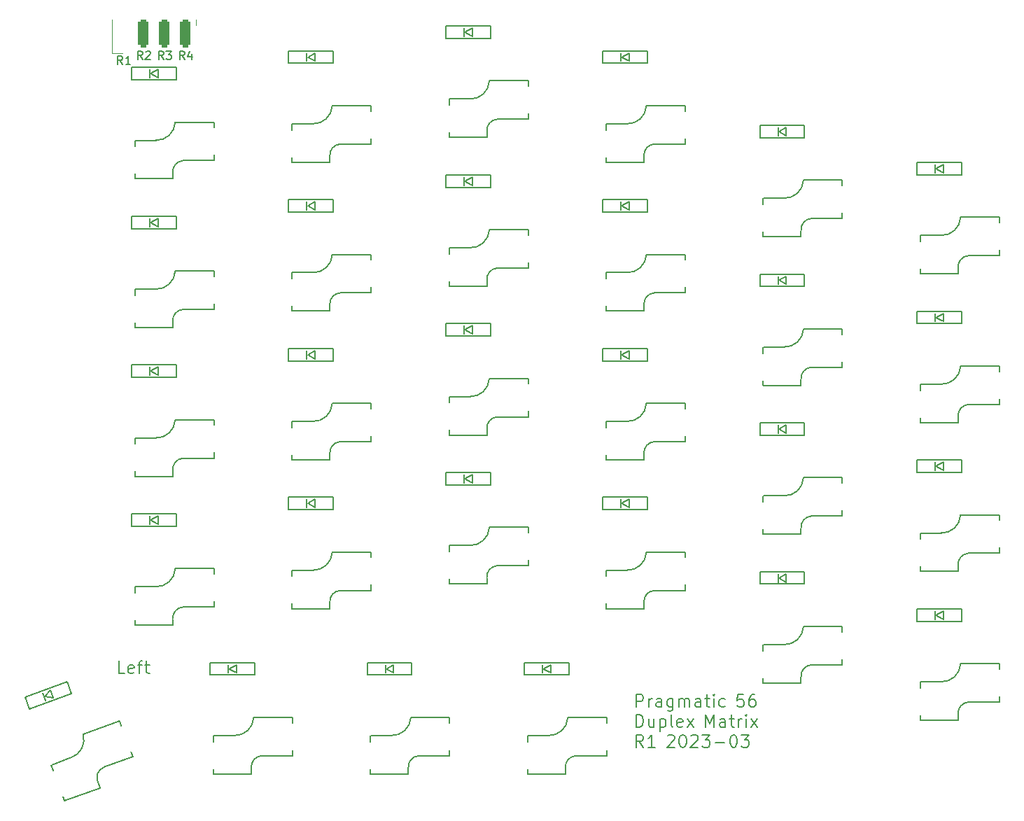
<source format=gto>
%TF.GenerationSoftware,KiCad,Pcbnew,(7.0.0-0)*%
%TF.CreationDate,2023-03-08T00:10:09+08:00*%
%TF.ProjectId,Input,496e7075-742e-46b6-9963-61645f706362,1*%
%TF.SameCoordinates,PX7bfa480PY6052340*%
%TF.FileFunction,Legend,Top*%
%TF.FilePolarity,Positive*%
%FSLAX46Y46*%
G04 Gerber Fmt 4.6, Leading zero omitted, Abs format (unit mm)*
G04 Created by KiCad (PCBNEW (7.0.0-0)) date 2023-03-08 00:10:09*
%MOMM*%
%LPD*%
G01*
G04 APERTURE LIST*
G04 Aperture macros list*
%AMRoundRect*
0 Rectangle with rounded corners*
0 $1 Rounding radius*
0 $2 $3 $4 $5 $6 $7 $8 $9 X,Y pos of 4 corners*
0 Add a 4 corners polygon primitive as box body*
4,1,4,$2,$3,$4,$5,$6,$7,$8,$9,$2,$3,0*
0 Add four circle primitives for the rounded corners*
1,1,$1+$1,$2,$3*
1,1,$1+$1,$4,$5*
1,1,$1+$1,$6,$7*
1,1,$1+$1,$8,$9*
0 Add four rect primitives between the rounded corners*
20,1,$1+$1,$2,$3,$4,$5,0*
20,1,$1+$1,$4,$5,$6,$7,0*
20,1,$1+$1,$6,$7,$8,$9,0*
20,1,$1+$1,$8,$9,$2,$3,0*%
%AMRotRect*
0 Rectangle, with rotation*
0 The origin of the aperture is its center*
0 $1 length*
0 $2 width*
0 $3 Rotation angle, in degrees counterclockwise*
0 Add horizontal line*
21,1,$1,$2,0,0,$3*%
G04 Aperture macros list end*
%ADD10C,0.150000*%
%ADD11C,0.200000*%
%ADD12C,0.120000*%
%ADD13C,3.000000*%
%ADD14R,2.000000X2.600000*%
%ADD15C,3.200000*%
%ADD16R,1.400000X1.000000*%
%ADD17RotRect,1.400000X1.000000X20.000000*%
%ADD18R,1.270000X3.429000*%
%ADD19RoundRect,0.317500X-0.317500X-1.397000X0.317500X-1.397000X0.317500X1.397000X-0.317500X1.397000X0*%
%ADD20RotRect,2.000000X2.600000X200.000000*%
%ADD21C,1.700000*%
G04 APERTURE END LIST*
D10*
X-1388667Y42212620D02*
X-1722000Y42688810D01*
X-1960095Y42212620D02*
X-1960095Y43212620D01*
X-1960095Y43212620D02*
X-1579143Y43212620D01*
X-1579143Y43212620D02*
X-1483905Y43165000D01*
X-1483905Y43165000D02*
X-1436286Y43117381D01*
X-1436286Y43117381D02*
X-1388667Y43022143D01*
X-1388667Y43022143D02*
X-1388667Y42879286D01*
X-1388667Y42879286D02*
X-1436286Y42784048D01*
X-1436286Y42784048D02*
X-1483905Y42736429D01*
X-1483905Y42736429D02*
X-1579143Y42688810D01*
X-1579143Y42688810D02*
X-1960095Y42688810D01*
X-1007714Y43117381D02*
X-960095Y43165000D01*
X-960095Y43165000D02*
X-864857Y43212620D01*
X-864857Y43212620D02*
X-626762Y43212620D01*
X-626762Y43212620D02*
X-531524Y43165000D01*
X-531524Y43165000D02*
X-483905Y43117381D01*
X-483905Y43117381D02*
X-436286Y43022143D01*
X-436286Y43022143D02*
X-436286Y42926905D01*
X-436286Y42926905D02*
X-483905Y42784048D01*
X-483905Y42784048D02*
X-1055333Y42212620D01*
X-1055333Y42212620D02*
X-436286Y42212620D01*
X-3801667Y41632620D02*
X-4135000Y42108810D01*
X-4373095Y41632620D02*
X-4373095Y42632620D01*
X-4373095Y42632620D02*
X-3992143Y42632620D01*
X-3992143Y42632620D02*
X-3896905Y42585000D01*
X-3896905Y42585000D02*
X-3849286Y42537381D01*
X-3849286Y42537381D02*
X-3801667Y42442143D01*
X-3801667Y42442143D02*
X-3801667Y42299286D01*
X-3801667Y42299286D02*
X-3849286Y42204048D01*
X-3849286Y42204048D02*
X-3896905Y42156429D01*
X-3896905Y42156429D02*
X-3992143Y42108810D01*
X-3992143Y42108810D02*
X-4373095Y42108810D01*
X-2849286Y41632620D02*
X-3420714Y41632620D01*
X-3135000Y41632620D02*
X-3135000Y42632620D01*
X-3135000Y42632620D02*
X-3230238Y42489762D01*
X-3230238Y42489762D02*
X-3325476Y42394524D01*
X-3325476Y42394524D02*
X-3420714Y42346905D01*
D11*
X58357142Y-36121071D02*
X58357142Y-34621071D01*
X58357142Y-34621071D02*
X58928571Y-34621071D01*
X58928571Y-34621071D02*
X59071428Y-34692500D01*
X59071428Y-34692500D02*
X59142857Y-34763928D01*
X59142857Y-34763928D02*
X59214285Y-34906785D01*
X59214285Y-34906785D02*
X59214285Y-35121071D01*
X59214285Y-35121071D02*
X59142857Y-35263928D01*
X59142857Y-35263928D02*
X59071428Y-35335357D01*
X59071428Y-35335357D02*
X58928571Y-35406785D01*
X58928571Y-35406785D02*
X58357142Y-35406785D01*
X59857142Y-36121071D02*
X59857142Y-35121071D01*
X59857142Y-35406785D02*
X59928571Y-35263928D01*
X59928571Y-35263928D02*
X60000000Y-35192500D01*
X60000000Y-35192500D02*
X60142857Y-35121071D01*
X60142857Y-35121071D02*
X60285714Y-35121071D01*
X61428571Y-36121071D02*
X61428571Y-35335357D01*
X61428571Y-35335357D02*
X61357142Y-35192500D01*
X61357142Y-35192500D02*
X61214285Y-35121071D01*
X61214285Y-35121071D02*
X60928571Y-35121071D01*
X60928571Y-35121071D02*
X60785713Y-35192500D01*
X61428571Y-36049642D02*
X61285713Y-36121071D01*
X61285713Y-36121071D02*
X60928571Y-36121071D01*
X60928571Y-36121071D02*
X60785713Y-36049642D01*
X60785713Y-36049642D02*
X60714285Y-35906785D01*
X60714285Y-35906785D02*
X60714285Y-35763928D01*
X60714285Y-35763928D02*
X60785713Y-35621071D01*
X60785713Y-35621071D02*
X60928571Y-35549642D01*
X60928571Y-35549642D02*
X61285713Y-35549642D01*
X61285713Y-35549642D02*
X61428571Y-35478214D01*
X62785714Y-35121071D02*
X62785714Y-36335357D01*
X62785714Y-36335357D02*
X62714285Y-36478214D01*
X62714285Y-36478214D02*
X62642856Y-36549642D01*
X62642856Y-36549642D02*
X62499999Y-36621071D01*
X62499999Y-36621071D02*
X62285714Y-36621071D01*
X62285714Y-36621071D02*
X62142856Y-36549642D01*
X62785714Y-36049642D02*
X62642856Y-36121071D01*
X62642856Y-36121071D02*
X62357142Y-36121071D01*
X62357142Y-36121071D02*
X62214285Y-36049642D01*
X62214285Y-36049642D02*
X62142856Y-35978214D01*
X62142856Y-35978214D02*
X62071428Y-35835357D01*
X62071428Y-35835357D02*
X62071428Y-35406785D01*
X62071428Y-35406785D02*
X62142856Y-35263928D01*
X62142856Y-35263928D02*
X62214285Y-35192500D01*
X62214285Y-35192500D02*
X62357142Y-35121071D01*
X62357142Y-35121071D02*
X62642856Y-35121071D01*
X62642856Y-35121071D02*
X62785714Y-35192500D01*
X63499999Y-36121071D02*
X63499999Y-35121071D01*
X63499999Y-35263928D02*
X63571428Y-35192500D01*
X63571428Y-35192500D02*
X63714285Y-35121071D01*
X63714285Y-35121071D02*
X63928571Y-35121071D01*
X63928571Y-35121071D02*
X64071428Y-35192500D01*
X64071428Y-35192500D02*
X64142857Y-35335357D01*
X64142857Y-35335357D02*
X64142857Y-36121071D01*
X64142857Y-35335357D02*
X64214285Y-35192500D01*
X64214285Y-35192500D02*
X64357142Y-35121071D01*
X64357142Y-35121071D02*
X64571428Y-35121071D01*
X64571428Y-35121071D02*
X64714285Y-35192500D01*
X64714285Y-35192500D02*
X64785714Y-35335357D01*
X64785714Y-35335357D02*
X64785714Y-36121071D01*
X66142857Y-36121071D02*
X66142857Y-35335357D01*
X66142857Y-35335357D02*
X66071428Y-35192500D01*
X66071428Y-35192500D02*
X65928571Y-35121071D01*
X65928571Y-35121071D02*
X65642857Y-35121071D01*
X65642857Y-35121071D02*
X65499999Y-35192500D01*
X66142857Y-36049642D02*
X65999999Y-36121071D01*
X65999999Y-36121071D02*
X65642857Y-36121071D01*
X65642857Y-36121071D02*
X65499999Y-36049642D01*
X65499999Y-36049642D02*
X65428571Y-35906785D01*
X65428571Y-35906785D02*
X65428571Y-35763928D01*
X65428571Y-35763928D02*
X65499999Y-35621071D01*
X65499999Y-35621071D02*
X65642857Y-35549642D01*
X65642857Y-35549642D02*
X65999999Y-35549642D01*
X65999999Y-35549642D02*
X66142857Y-35478214D01*
X66642857Y-35121071D02*
X67214285Y-35121071D01*
X66857142Y-34621071D02*
X66857142Y-35906785D01*
X66857142Y-35906785D02*
X66928571Y-36049642D01*
X66928571Y-36049642D02*
X67071428Y-36121071D01*
X67071428Y-36121071D02*
X67214285Y-36121071D01*
X67714285Y-36121071D02*
X67714285Y-35121071D01*
X67714285Y-34621071D02*
X67642857Y-34692500D01*
X67642857Y-34692500D02*
X67714285Y-34763928D01*
X67714285Y-34763928D02*
X67785714Y-34692500D01*
X67785714Y-34692500D02*
X67714285Y-34621071D01*
X67714285Y-34621071D02*
X67714285Y-34763928D01*
X69071429Y-36049642D02*
X68928571Y-36121071D01*
X68928571Y-36121071D02*
X68642857Y-36121071D01*
X68642857Y-36121071D02*
X68500000Y-36049642D01*
X68500000Y-36049642D02*
X68428571Y-35978214D01*
X68428571Y-35978214D02*
X68357143Y-35835357D01*
X68357143Y-35835357D02*
X68357143Y-35406785D01*
X68357143Y-35406785D02*
X68428571Y-35263928D01*
X68428571Y-35263928D02*
X68500000Y-35192500D01*
X68500000Y-35192500D02*
X68642857Y-35121071D01*
X68642857Y-35121071D02*
X68928571Y-35121071D01*
X68928571Y-35121071D02*
X69071429Y-35192500D01*
X71328571Y-34621071D02*
X70614285Y-34621071D01*
X70614285Y-34621071D02*
X70542857Y-35335357D01*
X70542857Y-35335357D02*
X70614285Y-35263928D01*
X70614285Y-35263928D02*
X70757143Y-35192500D01*
X70757143Y-35192500D02*
X71114285Y-35192500D01*
X71114285Y-35192500D02*
X71257143Y-35263928D01*
X71257143Y-35263928D02*
X71328571Y-35335357D01*
X71328571Y-35335357D02*
X71400000Y-35478214D01*
X71400000Y-35478214D02*
X71400000Y-35835357D01*
X71400000Y-35835357D02*
X71328571Y-35978214D01*
X71328571Y-35978214D02*
X71257143Y-36049642D01*
X71257143Y-36049642D02*
X71114285Y-36121071D01*
X71114285Y-36121071D02*
X70757143Y-36121071D01*
X70757143Y-36121071D02*
X70614285Y-36049642D01*
X70614285Y-36049642D02*
X70542857Y-35978214D01*
X72685714Y-34621071D02*
X72399999Y-34621071D01*
X72399999Y-34621071D02*
X72257142Y-34692500D01*
X72257142Y-34692500D02*
X72185714Y-34763928D01*
X72185714Y-34763928D02*
X72042856Y-34978214D01*
X72042856Y-34978214D02*
X71971428Y-35263928D01*
X71971428Y-35263928D02*
X71971428Y-35835357D01*
X71971428Y-35835357D02*
X72042856Y-35978214D01*
X72042856Y-35978214D02*
X72114285Y-36049642D01*
X72114285Y-36049642D02*
X72257142Y-36121071D01*
X72257142Y-36121071D02*
X72542856Y-36121071D01*
X72542856Y-36121071D02*
X72685714Y-36049642D01*
X72685714Y-36049642D02*
X72757142Y-35978214D01*
X72757142Y-35978214D02*
X72828571Y-35835357D01*
X72828571Y-35835357D02*
X72828571Y-35478214D01*
X72828571Y-35478214D02*
X72757142Y-35335357D01*
X72757142Y-35335357D02*
X72685714Y-35263928D01*
X72685714Y-35263928D02*
X72542856Y-35192500D01*
X72542856Y-35192500D02*
X72257142Y-35192500D01*
X72257142Y-35192500D02*
X72114285Y-35263928D01*
X72114285Y-35263928D02*
X72042856Y-35335357D01*
X72042856Y-35335357D02*
X71971428Y-35478214D01*
X58357142Y-38551071D02*
X58357142Y-37051071D01*
X58357142Y-37051071D02*
X58714285Y-37051071D01*
X58714285Y-37051071D02*
X58928571Y-37122500D01*
X58928571Y-37122500D02*
X59071428Y-37265357D01*
X59071428Y-37265357D02*
X59142857Y-37408214D01*
X59142857Y-37408214D02*
X59214285Y-37693928D01*
X59214285Y-37693928D02*
X59214285Y-37908214D01*
X59214285Y-37908214D02*
X59142857Y-38193928D01*
X59142857Y-38193928D02*
X59071428Y-38336785D01*
X59071428Y-38336785D02*
X58928571Y-38479642D01*
X58928571Y-38479642D02*
X58714285Y-38551071D01*
X58714285Y-38551071D02*
X58357142Y-38551071D01*
X60500000Y-37551071D02*
X60500000Y-38551071D01*
X59857142Y-37551071D02*
X59857142Y-38336785D01*
X59857142Y-38336785D02*
X59928571Y-38479642D01*
X59928571Y-38479642D02*
X60071428Y-38551071D01*
X60071428Y-38551071D02*
X60285714Y-38551071D01*
X60285714Y-38551071D02*
X60428571Y-38479642D01*
X60428571Y-38479642D02*
X60500000Y-38408214D01*
X61214285Y-37551071D02*
X61214285Y-39051071D01*
X61214285Y-37622500D02*
X61357143Y-37551071D01*
X61357143Y-37551071D02*
X61642857Y-37551071D01*
X61642857Y-37551071D02*
X61785714Y-37622500D01*
X61785714Y-37622500D02*
X61857143Y-37693928D01*
X61857143Y-37693928D02*
X61928571Y-37836785D01*
X61928571Y-37836785D02*
X61928571Y-38265357D01*
X61928571Y-38265357D02*
X61857143Y-38408214D01*
X61857143Y-38408214D02*
X61785714Y-38479642D01*
X61785714Y-38479642D02*
X61642857Y-38551071D01*
X61642857Y-38551071D02*
X61357143Y-38551071D01*
X61357143Y-38551071D02*
X61214285Y-38479642D01*
X62785714Y-38551071D02*
X62642857Y-38479642D01*
X62642857Y-38479642D02*
X62571428Y-38336785D01*
X62571428Y-38336785D02*
X62571428Y-37051071D01*
X63928571Y-38479642D02*
X63785714Y-38551071D01*
X63785714Y-38551071D02*
X63500000Y-38551071D01*
X63500000Y-38551071D02*
X63357142Y-38479642D01*
X63357142Y-38479642D02*
X63285714Y-38336785D01*
X63285714Y-38336785D02*
X63285714Y-37765357D01*
X63285714Y-37765357D02*
X63357142Y-37622500D01*
X63357142Y-37622500D02*
X63500000Y-37551071D01*
X63500000Y-37551071D02*
X63785714Y-37551071D01*
X63785714Y-37551071D02*
X63928571Y-37622500D01*
X63928571Y-37622500D02*
X64000000Y-37765357D01*
X64000000Y-37765357D02*
X64000000Y-37908214D01*
X64000000Y-37908214D02*
X63285714Y-38051071D01*
X64499999Y-38551071D02*
X65285714Y-37551071D01*
X64499999Y-37551071D02*
X65285714Y-38551071D01*
X66757142Y-38551071D02*
X66757142Y-37051071D01*
X66757142Y-37051071D02*
X67257142Y-38122500D01*
X67257142Y-38122500D02*
X67757142Y-37051071D01*
X67757142Y-37051071D02*
X67757142Y-38551071D01*
X69114286Y-38551071D02*
X69114286Y-37765357D01*
X69114286Y-37765357D02*
X69042857Y-37622500D01*
X69042857Y-37622500D02*
X68900000Y-37551071D01*
X68900000Y-37551071D02*
X68614286Y-37551071D01*
X68614286Y-37551071D02*
X68471428Y-37622500D01*
X69114286Y-38479642D02*
X68971428Y-38551071D01*
X68971428Y-38551071D02*
X68614286Y-38551071D01*
X68614286Y-38551071D02*
X68471428Y-38479642D01*
X68471428Y-38479642D02*
X68400000Y-38336785D01*
X68400000Y-38336785D02*
X68400000Y-38193928D01*
X68400000Y-38193928D02*
X68471428Y-38051071D01*
X68471428Y-38051071D02*
X68614286Y-37979642D01*
X68614286Y-37979642D02*
X68971428Y-37979642D01*
X68971428Y-37979642D02*
X69114286Y-37908214D01*
X69614286Y-37551071D02*
X70185714Y-37551071D01*
X69828571Y-37051071D02*
X69828571Y-38336785D01*
X69828571Y-38336785D02*
X69900000Y-38479642D01*
X69900000Y-38479642D02*
X70042857Y-38551071D01*
X70042857Y-38551071D02*
X70185714Y-38551071D01*
X70685714Y-38551071D02*
X70685714Y-37551071D01*
X70685714Y-37836785D02*
X70757143Y-37693928D01*
X70757143Y-37693928D02*
X70828572Y-37622500D01*
X70828572Y-37622500D02*
X70971429Y-37551071D01*
X70971429Y-37551071D02*
X71114286Y-37551071D01*
X71614285Y-38551071D02*
X71614285Y-37551071D01*
X71614285Y-37051071D02*
X71542857Y-37122500D01*
X71542857Y-37122500D02*
X71614285Y-37193928D01*
X71614285Y-37193928D02*
X71685714Y-37122500D01*
X71685714Y-37122500D02*
X71614285Y-37051071D01*
X71614285Y-37051071D02*
X71614285Y-37193928D01*
X72185714Y-38551071D02*
X72971429Y-37551071D01*
X72185714Y-37551071D02*
X72971429Y-38551071D01*
X59214285Y-40981071D02*
X58714285Y-40266785D01*
X58357142Y-40981071D02*
X58357142Y-39481071D01*
X58357142Y-39481071D02*
X58928571Y-39481071D01*
X58928571Y-39481071D02*
X59071428Y-39552500D01*
X59071428Y-39552500D02*
X59142857Y-39623928D01*
X59142857Y-39623928D02*
X59214285Y-39766785D01*
X59214285Y-39766785D02*
X59214285Y-39981071D01*
X59214285Y-39981071D02*
X59142857Y-40123928D01*
X59142857Y-40123928D02*
X59071428Y-40195357D01*
X59071428Y-40195357D02*
X58928571Y-40266785D01*
X58928571Y-40266785D02*
X58357142Y-40266785D01*
X60642857Y-40981071D02*
X59785714Y-40981071D01*
X60214285Y-40981071D02*
X60214285Y-39481071D01*
X60214285Y-39481071D02*
X60071428Y-39695357D01*
X60071428Y-39695357D02*
X59928571Y-39838214D01*
X59928571Y-39838214D02*
X59785714Y-39909642D01*
X62114285Y-39623928D02*
X62185713Y-39552500D01*
X62185713Y-39552500D02*
X62328571Y-39481071D01*
X62328571Y-39481071D02*
X62685713Y-39481071D01*
X62685713Y-39481071D02*
X62828571Y-39552500D01*
X62828571Y-39552500D02*
X62899999Y-39623928D01*
X62899999Y-39623928D02*
X62971428Y-39766785D01*
X62971428Y-39766785D02*
X62971428Y-39909642D01*
X62971428Y-39909642D02*
X62899999Y-40123928D01*
X62899999Y-40123928D02*
X62042856Y-40981071D01*
X62042856Y-40981071D02*
X62971428Y-40981071D01*
X63899999Y-39481071D02*
X64042856Y-39481071D01*
X64042856Y-39481071D02*
X64185713Y-39552500D01*
X64185713Y-39552500D02*
X64257142Y-39623928D01*
X64257142Y-39623928D02*
X64328570Y-39766785D01*
X64328570Y-39766785D02*
X64399999Y-40052500D01*
X64399999Y-40052500D02*
X64399999Y-40409642D01*
X64399999Y-40409642D02*
X64328570Y-40695357D01*
X64328570Y-40695357D02*
X64257142Y-40838214D01*
X64257142Y-40838214D02*
X64185713Y-40909642D01*
X64185713Y-40909642D02*
X64042856Y-40981071D01*
X64042856Y-40981071D02*
X63899999Y-40981071D01*
X63899999Y-40981071D02*
X63757142Y-40909642D01*
X63757142Y-40909642D02*
X63685713Y-40838214D01*
X63685713Y-40838214D02*
X63614284Y-40695357D01*
X63614284Y-40695357D02*
X63542856Y-40409642D01*
X63542856Y-40409642D02*
X63542856Y-40052500D01*
X63542856Y-40052500D02*
X63614284Y-39766785D01*
X63614284Y-39766785D02*
X63685713Y-39623928D01*
X63685713Y-39623928D02*
X63757142Y-39552500D01*
X63757142Y-39552500D02*
X63899999Y-39481071D01*
X64971427Y-39623928D02*
X65042855Y-39552500D01*
X65042855Y-39552500D02*
X65185713Y-39481071D01*
X65185713Y-39481071D02*
X65542855Y-39481071D01*
X65542855Y-39481071D02*
X65685713Y-39552500D01*
X65685713Y-39552500D02*
X65757141Y-39623928D01*
X65757141Y-39623928D02*
X65828570Y-39766785D01*
X65828570Y-39766785D02*
X65828570Y-39909642D01*
X65828570Y-39909642D02*
X65757141Y-40123928D01*
X65757141Y-40123928D02*
X64899998Y-40981071D01*
X64899998Y-40981071D02*
X65828570Y-40981071D01*
X66328569Y-39481071D02*
X67257141Y-39481071D01*
X67257141Y-39481071D02*
X66757141Y-40052500D01*
X66757141Y-40052500D02*
X66971426Y-40052500D01*
X66971426Y-40052500D02*
X67114284Y-40123928D01*
X67114284Y-40123928D02*
X67185712Y-40195357D01*
X67185712Y-40195357D02*
X67257141Y-40338214D01*
X67257141Y-40338214D02*
X67257141Y-40695357D01*
X67257141Y-40695357D02*
X67185712Y-40838214D01*
X67185712Y-40838214D02*
X67114284Y-40909642D01*
X67114284Y-40909642D02*
X66971426Y-40981071D01*
X66971426Y-40981071D02*
X66542855Y-40981071D01*
X66542855Y-40981071D02*
X66399998Y-40909642D01*
X66399998Y-40909642D02*
X66328569Y-40838214D01*
X67899997Y-40409642D02*
X69042855Y-40409642D01*
X70042855Y-39481071D02*
X70185712Y-39481071D01*
X70185712Y-39481071D02*
X70328569Y-39552500D01*
X70328569Y-39552500D02*
X70399998Y-39623928D01*
X70399998Y-39623928D02*
X70471426Y-39766785D01*
X70471426Y-39766785D02*
X70542855Y-40052500D01*
X70542855Y-40052500D02*
X70542855Y-40409642D01*
X70542855Y-40409642D02*
X70471426Y-40695357D01*
X70471426Y-40695357D02*
X70399998Y-40838214D01*
X70399998Y-40838214D02*
X70328569Y-40909642D01*
X70328569Y-40909642D02*
X70185712Y-40981071D01*
X70185712Y-40981071D02*
X70042855Y-40981071D01*
X70042855Y-40981071D02*
X69899998Y-40909642D01*
X69899998Y-40909642D02*
X69828569Y-40838214D01*
X69828569Y-40838214D02*
X69757140Y-40695357D01*
X69757140Y-40695357D02*
X69685712Y-40409642D01*
X69685712Y-40409642D02*
X69685712Y-40052500D01*
X69685712Y-40052500D02*
X69757140Y-39766785D01*
X69757140Y-39766785D02*
X69828569Y-39623928D01*
X69828569Y-39623928D02*
X69899998Y-39552500D01*
X69899998Y-39552500D02*
X70042855Y-39481071D01*
X71042854Y-39481071D02*
X71971426Y-39481071D01*
X71971426Y-39481071D02*
X71471426Y-40052500D01*
X71471426Y-40052500D02*
X71685711Y-40052500D01*
X71685711Y-40052500D02*
X71828569Y-40123928D01*
X71828569Y-40123928D02*
X71899997Y-40195357D01*
X71899997Y-40195357D02*
X71971426Y-40338214D01*
X71971426Y-40338214D02*
X71971426Y-40695357D01*
X71971426Y-40695357D02*
X71899997Y-40838214D01*
X71899997Y-40838214D02*
X71828569Y-40909642D01*
X71828569Y-40909642D02*
X71685711Y-40981071D01*
X71685711Y-40981071D02*
X71257140Y-40981071D01*
X71257140Y-40981071D02*
X71114283Y-40909642D01*
X71114283Y-40909642D02*
X71042854Y-40838214D01*
D10*
X3691333Y42212620D02*
X3358000Y42688810D01*
X3119905Y42212620D02*
X3119905Y43212620D01*
X3119905Y43212620D02*
X3500857Y43212620D01*
X3500857Y43212620D02*
X3596095Y43165000D01*
X3596095Y43165000D02*
X3643714Y43117381D01*
X3643714Y43117381D02*
X3691333Y43022143D01*
X3691333Y43022143D02*
X3691333Y42879286D01*
X3691333Y42879286D02*
X3643714Y42784048D01*
X3643714Y42784048D02*
X3596095Y42736429D01*
X3596095Y42736429D02*
X3500857Y42688810D01*
X3500857Y42688810D02*
X3119905Y42688810D01*
X4548476Y42879286D02*
X4548476Y42212620D01*
X4310381Y43260239D02*
X4072286Y42545953D01*
X4072286Y42545953D02*
X4691333Y42545953D01*
X1151333Y42212620D02*
X818000Y42688810D01*
X579905Y42212620D02*
X579905Y43212620D01*
X579905Y43212620D02*
X960857Y43212620D01*
X960857Y43212620D02*
X1056095Y43165000D01*
X1056095Y43165000D02*
X1103714Y43117381D01*
X1103714Y43117381D02*
X1151333Y43022143D01*
X1151333Y43022143D02*
X1151333Y42879286D01*
X1151333Y42879286D02*
X1103714Y42784048D01*
X1103714Y42784048D02*
X1056095Y42736429D01*
X1056095Y42736429D02*
X960857Y42688810D01*
X960857Y42688810D02*
X579905Y42688810D01*
X1484667Y43212620D02*
X2103714Y43212620D01*
X2103714Y43212620D02*
X1770381Y42831667D01*
X1770381Y42831667D02*
X1913238Y42831667D01*
X1913238Y42831667D02*
X2008476Y42784048D01*
X2008476Y42784048D02*
X2056095Y42736429D01*
X2056095Y42736429D02*
X2103714Y42641191D01*
X2103714Y42641191D02*
X2103714Y42403096D01*
X2103714Y42403096D02*
X2056095Y42307858D01*
X2056095Y42307858D02*
X2008476Y42260239D01*
X2008476Y42260239D02*
X1913238Y42212620D01*
X1913238Y42212620D02*
X1627524Y42212620D01*
X1627524Y42212620D02*
X1532286Y42260239D01*
X1532286Y42260239D02*
X1484667Y42307858D01*
D11*
X-3535715Y-32051071D02*
X-4250001Y-32051071D01*
X-4250001Y-32051071D02*
X-4250001Y-30551071D01*
X-2464286Y-31979642D02*
X-2607143Y-32051071D01*
X-2607143Y-32051071D02*
X-2892857Y-32051071D01*
X-2892857Y-32051071D02*
X-3035715Y-31979642D01*
X-3035715Y-31979642D02*
X-3107143Y-31836785D01*
X-3107143Y-31836785D02*
X-3107143Y-31265357D01*
X-3107143Y-31265357D02*
X-3035715Y-31122500D01*
X-3035715Y-31122500D02*
X-2892857Y-31051071D01*
X-2892857Y-31051071D02*
X-2607143Y-31051071D01*
X-2607143Y-31051071D02*
X-2464286Y-31122500D01*
X-2464286Y-31122500D02*
X-2392857Y-31265357D01*
X-2392857Y-31265357D02*
X-2392857Y-31408214D01*
X-2392857Y-31408214D02*
X-3107143Y-31551071D01*
X-1964286Y-31051071D02*
X-1392858Y-31051071D01*
X-1750001Y-32051071D02*
X-1750001Y-30765357D01*
X-1750001Y-30765357D02*
X-1678572Y-30622500D01*
X-1678572Y-30622500D02*
X-1535715Y-30551071D01*
X-1535715Y-30551071D02*
X-1392858Y-30551071D01*
X-1107143Y-31051071D02*
X-535715Y-31051071D01*
X-892858Y-30551071D02*
X-892858Y-31836785D01*
X-892858Y-31836785D02*
X-821429Y-31979642D01*
X-821429Y-31979642D02*
X-678572Y-32051071D01*
X-678572Y-32051071D02*
X-535715Y-32051071D01*
D10*
%TO.C,SW17*%
X16700000Y16400000D02*
X16700000Y15682000D01*
X16700000Y15682000D02*
X16700000Y15682000D01*
X16700000Y12380000D02*
X16700000Y11800000D01*
X16725000Y16425000D02*
X19275000Y16425000D01*
X16725000Y11775000D02*
X21275000Y11775000D01*
X21280000Y12500000D02*
X21280000Y11800000D01*
X21575000Y18625000D02*
X26275000Y18625000D01*
X22500000Y13975000D02*
X26275000Y13975000D01*
X26275000Y18625000D02*
X26275000Y17968000D01*
X26275000Y14666000D02*
X26275000Y13975000D01*
X22500000Y13970000D02*
G75*
G03*
X21280000Y12550000I100000J-1320000D01*
G01*
X19200000Y16430001D02*
G75*
G03*
X21569999Y18600000I100000J2269999D01*
G01*
%TO.C,SW29*%
X16700000Y-1600000D02*
X16700000Y-2318000D01*
X16700000Y-2318000D02*
X16700000Y-2318000D01*
X16700000Y-5620000D02*
X16700000Y-6200000D01*
X16725000Y-1575000D02*
X19275000Y-1575000D01*
X16725000Y-6225000D02*
X21275000Y-6225000D01*
X21280000Y-5500000D02*
X21280000Y-6200000D01*
X21575000Y625000D02*
X26275000Y625000D01*
X22500000Y-4025000D02*
X26275000Y-4025000D01*
X26275000Y625000D02*
X26275000Y-32000D01*
X26275000Y-3334000D02*
X26275000Y-4025000D01*
X22500000Y-4030000D02*
G75*
G03*
X21280000Y-5450000I100000J-1320000D01*
G01*
X19200000Y-1569999D02*
G75*
G03*
X21569999Y600000I100000J2269999D01*
G01*
%TO.C,SW51*%
X45200000Y-39600000D02*
X45200000Y-40318000D01*
X45200000Y-40318000D02*
X45200000Y-40318000D01*
X45200000Y-43620000D02*
X45200000Y-44200000D01*
X45225000Y-39575000D02*
X47775000Y-39575000D01*
X45225000Y-44225000D02*
X49775000Y-44225000D01*
X49780000Y-43500000D02*
X49780000Y-44200000D01*
X50075000Y-37375000D02*
X54775000Y-37375000D01*
X51000000Y-42025000D02*
X54775000Y-42025000D01*
X54775000Y-37375000D02*
X54775000Y-38032000D01*
X54775000Y-41334000D02*
X54775000Y-42025000D01*
X51000000Y-42030000D02*
G75*
G03*
X49780000Y-43450000I100000J-1320000D01*
G01*
X47700000Y-39569999D02*
G75*
G03*
X50069999Y-37400000I100000J2269999D01*
G01*
%TO.C,D27*%
X54300000Y7250000D02*
X54300000Y5750000D01*
X54300000Y5750000D02*
X59700000Y5750000D01*
X56500000Y7000000D02*
X56500000Y6000000D01*
X56600000Y6500000D02*
X57500000Y7000000D01*
X57500000Y7000000D02*
X57500000Y6000000D01*
X57500000Y6000000D02*
X56600000Y6500000D01*
X59700000Y7250000D02*
X54300000Y7250000D01*
X59700000Y7250000D02*
X59700000Y5750000D01*
%TO.C,D18*%
X-2700000Y23250000D02*
X-2700000Y21750000D01*
X-2700000Y21750000D02*
X2700000Y21750000D01*
X-500000Y23000000D02*
X-500000Y22000000D01*
X-400000Y22500000D02*
X500000Y23000000D01*
X500000Y23000000D02*
X500000Y22000000D01*
X500000Y22000000D02*
X-400000Y22500000D01*
X2700000Y23250000D02*
X-2700000Y23250000D01*
X2700000Y23250000D02*
X2700000Y21750000D01*
%TO.C,SW15*%
X54700000Y16400000D02*
X54700000Y15682000D01*
X54700000Y15682000D02*
X54700000Y15682000D01*
X54700000Y12380000D02*
X54700000Y11800000D01*
X54725000Y16425000D02*
X57275000Y16425000D01*
X54725000Y11775000D02*
X59275000Y11775000D01*
X59280000Y12500000D02*
X59280000Y11800000D01*
X59575000Y18625000D02*
X64275000Y18625000D01*
X60500000Y13975000D02*
X64275000Y13975000D01*
X64275000Y18625000D02*
X64275000Y17968000D01*
X64275000Y14666000D02*
X64275000Y13975000D01*
X60500000Y13970000D02*
G75*
G03*
X59280000Y12550000I100000J-1320000D01*
G01*
X57200000Y16430001D02*
G75*
G03*
X59569999Y18600000I100000J2269999D01*
G01*
%TO.C,D15*%
X54300000Y25250000D02*
X54300000Y23750000D01*
X54300000Y23750000D02*
X59700000Y23750000D01*
X56500000Y25000000D02*
X56500000Y24000000D01*
X56600000Y24500000D02*
X57500000Y25000000D01*
X57500000Y25000000D02*
X57500000Y24000000D01*
X57500000Y24000000D02*
X56600000Y24500000D01*
X59700000Y25250000D02*
X54300000Y25250000D01*
X59700000Y25250000D02*
X59700000Y23750000D01*
%TO.C,D1*%
X92300000Y29750000D02*
X92300000Y28250000D01*
X92300000Y28250000D02*
X97700000Y28250000D01*
X94500000Y29500000D02*
X94500000Y28500000D01*
X94600000Y29000000D02*
X95500000Y29500000D01*
X95500000Y29500000D02*
X95500000Y28500000D01*
X95500000Y28500000D02*
X94600000Y29000000D01*
X97700000Y29750000D02*
X92300000Y29750000D01*
X97700000Y29750000D02*
X97700000Y28250000D01*
%TO.C,D37*%
X92300000Y-24250000D02*
X92300000Y-25750000D01*
X92300000Y-25750000D02*
X97700000Y-25750000D01*
X94500000Y-24500000D02*
X94500000Y-25500000D01*
X94600000Y-25000000D02*
X95500000Y-24500000D01*
X95500000Y-24500000D02*
X95500000Y-25500000D01*
X95500000Y-25500000D02*
X94600000Y-25000000D01*
X97700000Y-24250000D02*
X92300000Y-24250000D01*
X97700000Y-24250000D02*
X97700000Y-25750000D01*
%TO.C,D52*%
X25800000Y-30750000D02*
X25800000Y-32250000D01*
X25800000Y-32250000D02*
X31200000Y-32250000D01*
X28000000Y-31000000D02*
X28000000Y-32000000D01*
X28100000Y-31500000D02*
X29000000Y-31000000D01*
X29000000Y-31000000D02*
X29000000Y-32000000D01*
X29000000Y-32000000D02*
X28100000Y-31500000D01*
X31200000Y-30750000D02*
X25800000Y-30750000D01*
X31200000Y-30750000D02*
X31200000Y-32250000D01*
%TO.C,D2*%
X73300000Y34250000D02*
X73300000Y32750000D01*
X73300000Y32750000D02*
X78700000Y32750000D01*
X75500000Y34000000D02*
X75500000Y33000000D01*
X75600000Y33500000D02*
X76500000Y34000000D01*
X76500000Y34000000D02*
X76500000Y33000000D01*
X76500000Y33000000D02*
X75600000Y33500000D01*
X78700000Y34250000D02*
X73300000Y34250000D01*
X78700000Y34250000D02*
X78700000Y32750000D01*
%TO.C,SW3*%
X54700000Y34400000D02*
X54700000Y33682000D01*
X54700000Y33682000D02*
X54700000Y33682000D01*
X54700000Y30380000D02*
X54700000Y29800000D01*
X54725000Y34425000D02*
X57275000Y34425000D01*
X54725000Y29775000D02*
X59275000Y29775000D01*
X59280000Y30500000D02*
X59280000Y29800000D01*
X59575000Y36625000D02*
X64275000Y36625000D01*
X60500000Y31975000D02*
X64275000Y31975000D01*
X64275000Y36625000D02*
X64275000Y35968000D01*
X64275000Y32666000D02*
X64275000Y31975000D01*
X60500000Y31970000D02*
G75*
G03*
X59280000Y30550000I100000J-1320000D01*
G01*
X57200000Y34430001D02*
G75*
G03*
X59569999Y36600000I100000J2269999D01*
G01*
%TO.C,D16*%
X35300000Y28250000D02*
X35300000Y26750000D01*
X35300000Y26750000D02*
X40700000Y26750000D01*
X37500000Y28000000D02*
X37500000Y27000000D01*
X37600000Y27500000D02*
X38500000Y28000000D01*
X38500000Y28000000D02*
X38500000Y27000000D01*
X38500000Y27000000D02*
X37600000Y27500000D01*
X40700000Y28250000D02*
X35300000Y28250000D01*
X40700000Y28250000D02*
X40700000Y26750000D01*
%TO.C,SW4*%
X35700000Y37399997D02*
X35700000Y36681997D01*
X35700000Y36681997D02*
X35700000Y36681997D01*
X35700000Y33379997D02*
X35700000Y32799997D01*
X35725000Y37424997D02*
X38275000Y37424997D01*
X35725000Y32774997D02*
X40275000Y32774997D01*
X40280000Y33499997D02*
X40280000Y32799997D01*
X40575000Y39624997D02*
X45275000Y39624997D01*
X41500000Y34974997D02*
X45275000Y34974997D01*
X45275000Y39624997D02*
X45275000Y38967997D01*
X45275000Y35665997D02*
X45275000Y34974997D01*
X41500000Y34969997D02*
G75*
G03*
X40280000Y33549997I100000J-1320000D01*
G01*
X38200000Y37429998D02*
G75*
G03*
X40569999Y39599997I100000J2269999D01*
G01*
%TO.C,SW26*%
X73700000Y-10600000D02*
X73700000Y-11318000D01*
X73700000Y-11318000D02*
X73700000Y-11318000D01*
X73700000Y-14620000D02*
X73700000Y-15200000D01*
X73725000Y-10575000D02*
X76275000Y-10575000D01*
X73725000Y-15225000D02*
X78275000Y-15225000D01*
X78280000Y-14500000D02*
X78280000Y-15200000D01*
X78575000Y-8375000D02*
X83275000Y-8375000D01*
X79500000Y-13025000D02*
X83275000Y-13025000D01*
X83275000Y-8375000D02*
X83275000Y-9032000D01*
X83275000Y-12334000D02*
X83275000Y-13025000D01*
X79500000Y-13030000D02*
G75*
G03*
X78280000Y-14450000I100000J-1320000D01*
G01*
X76200000Y-10569999D02*
G75*
G03*
X78569999Y-8400000I100000J2269999D01*
G01*
%TO.C,D4*%
X35300000Y46250000D02*
X35300000Y44750000D01*
X35300000Y44750000D02*
X40700000Y44750000D01*
X37500000Y46000000D02*
X37500000Y45000000D01*
X37600000Y45500000D02*
X38500000Y46000000D01*
X38500000Y46000000D02*
X38500000Y45000000D01*
X38500000Y45000000D02*
X37600000Y45500000D01*
X40700000Y46250000D02*
X35300000Y46250000D01*
X40700000Y46250000D02*
X40700000Y44750000D01*
%TO.C,D3*%
X54300000Y43250000D02*
X54300000Y41750000D01*
X54300000Y41750000D02*
X59700000Y41750000D01*
X56500000Y43000000D02*
X56500000Y42000000D01*
X56600000Y42500000D02*
X57500000Y43000000D01*
X57500000Y43000000D02*
X57500000Y42000000D01*
X57500000Y42000000D02*
X56600000Y42500000D01*
X59700000Y43250000D02*
X54300000Y43250000D01*
X59700000Y43250000D02*
X59700000Y41750000D01*
%TO.C,SW38*%
X73700000Y-28600000D02*
X73700000Y-29318000D01*
X73700000Y-29318000D02*
X73700000Y-29318000D01*
X73700000Y-32620000D02*
X73700000Y-33200000D01*
X73725000Y-28575000D02*
X76275000Y-28575000D01*
X73725000Y-33225000D02*
X78275000Y-33225000D01*
X78280000Y-32500000D02*
X78280000Y-33200000D01*
X78575000Y-26375000D02*
X83275000Y-26375000D01*
X79500000Y-31025000D02*
X83275000Y-31025000D01*
X83275000Y-26375000D02*
X83275000Y-27032000D01*
X83275000Y-30334000D02*
X83275000Y-31025000D01*
X79500000Y-31030000D02*
G75*
G03*
X78280000Y-32450000I100000J-1320000D01*
G01*
X76200000Y-28569999D02*
G75*
G03*
X78569999Y-26400000I100000J2269999D01*
G01*
%TO.C,D54*%
X-15593685Y-34918685D02*
X-15080655Y-36328224D01*
X-15080655Y-36328224D02*
X-10006315Y-34481315D01*
X-13440856Y-34401164D02*
X-13098836Y-35340856D01*
X-13175877Y-34836808D02*
X-12501164Y-34059144D01*
X-12501164Y-34059144D02*
X-12159144Y-34998836D01*
X-12159144Y-34998836D02*
X-13175877Y-34836808D01*
X-10519345Y-33071776D02*
X-15593685Y-34918685D01*
X-10519345Y-33071776D02*
X-10006315Y-34481315D01*
%TO.C,SW27*%
X54700000Y-1600000D02*
X54700000Y-2318000D01*
X54700000Y-2318000D02*
X54700000Y-2318000D01*
X54700000Y-5620000D02*
X54700000Y-6200000D01*
X54725000Y-1575000D02*
X57275000Y-1575000D01*
X54725000Y-6225000D02*
X59275000Y-6225000D01*
X59280000Y-5500000D02*
X59280000Y-6200000D01*
X59575000Y625000D02*
X64275000Y625000D01*
X60500000Y-4025000D02*
X64275000Y-4025000D01*
X64275000Y625000D02*
X64275000Y-32000D01*
X64275000Y-3334000D02*
X64275000Y-4025000D01*
X60500000Y-4030000D02*
G75*
G03*
X59280000Y-5450000I100000J-1320000D01*
G01*
X57200000Y-1569999D02*
G75*
G03*
X59569999Y600000I100000J2269999D01*
G01*
%TO.C,D53*%
X6800000Y-30750000D02*
X6800000Y-32250000D01*
X6800000Y-32250000D02*
X12200000Y-32250000D01*
X9000000Y-31000000D02*
X9000000Y-32000000D01*
X9100000Y-31500000D02*
X10000000Y-31000000D01*
X10000000Y-31000000D02*
X10000000Y-32000000D01*
X10000000Y-32000000D02*
X9100000Y-31500000D01*
X12200000Y-30750000D02*
X6800000Y-30750000D01*
X12200000Y-30750000D02*
X12200000Y-32250000D01*
%TO.C,D39*%
X54300000Y-10750000D02*
X54300000Y-12250000D01*
X54300000Y-12250000D02*
X59700000Y-12250000D01*
X56500000Y-11000000D02*
X56500000Y-12000000D01*
X56600000Y-11500000D02*
X57500000Y-11000000D01*
X57500000Y-11000000D02*
X57500000Y-12000000D01*
X57500000Y-12000000D02*
X56600000Y-11500000D01*
X59700000Y-10750000D02*
X54300000Y-10750000D01*
X59700000Y-10750000D02*
X59700000Y-12250000D01*
%TO.C,SW52*%
X26200000Y-39600000D02*
X26200000Y-40318000D01*
X26200000Y-40318000D02*
X26200000Y-40318000D01*
X26200000Y-43620000D02*
X26200000Y-44200000D01*
X26225000Y-39575000D02*
X28775000Y-39575000D01*
X26225000Y-44225000D02*
X30775000Y-44225000D01*
X30780000Y-43500000D02*
X30780000Y-44200000D01*
X31075000Y-37375000D02*
X35775000Y-37375000D01*
X32000000Y-42025000D02*
X35775000Y-42025000D01*
X35775000Y-37375000D02*
X35775000Y-38032000D01*
X35775000Y-41334000D02*
X35775000Y-42025000D01*
X32000000Y-42030000D02*
G75*
G03*
X30780000Y-43450000I100000J-1320000D01*
G01*
X28700000Y-39569999D02*
G75*
G03*
X31069999Y-37400000I100000J2269999D01*
G01*
%TO.C,D42*%
X-2700000Y-12750000D02*
X-2700000Y-14250000D01*
X-2700000Y-14250000D02*
X2700000Y-14250000D01*
X-500000Y-13000000D02*
X-500000Y-14000000D01*
X-400000Y-13500000D02*
X500000Y-13000000D01*
X500000Y-13000000D02*
X500000Y-14000000D01*
X500000Y-14000000D02*
X-400000Y-13500000D01*
X2700000Y-12750000D02*
X-2700000Y-12750000D01*
X2700000Y-12750000D02*
X2700000Y-14250000D01*
%TO.C,D30*%
X-2700000Y5250000D02*
X-2700000Y3750000D01*
X-2700000Y3750000D02*
X2700000Y3750000D01*
X-500000Y5000000D02*
X-500000Y4000000D01*
X-400000Y4500000D02*
X500000Y5000000D01*
X500000Y5000000D02*
X500000Y4000000D01*
X500000Y4000000D02*
X-400000Y4500000D01*
X2700000Y5250000D02*
X-2700000Y5250000D01*
X2700000Y5250000D02*
X2700000Y3750000D01*
%TO.C,SW13*%
X92700000Y2900000D02*
X92700000Y2182000D01*
X92700000Y2182000D02*
X92700000Y2182000D01*
X92700000Y-1120000D02*
X92700000Y-1700000D01*
X92725000Y2925000D02*
X95275000Y2925000D01*
X92725000Y-1725000D02*
X97275000Y-1725000D01*
X97280000Y-1000000D02*
X97280000Y-1700000D01*
X97575000Y5125000D02*
X102275000Y5125000D01*
X98500000Y475000D02*
X102275000Y475000D01*
X102275000Y5125000D02*
X102275000Y4468000D01*
X102275000Y1166000D02*
X102275000Y475000D01*
X98500000Y470000D02*
G75*
G03*
X97280000Y-950000I100000J-1320000D01*
G01*
X95200000Y2930001D02*
G75*
G03*
X97569999Y5100000I100000J2269999D01*
G01*
%TO.C,D28*%
X35300000Y10250000D02*
X35300000Y8750000D01*
X35300000Y8750000D02*
X40700000Y8750000D01*
X37500000Y10000000D02*
X37500000Y9000000D01*
X37600000Y9500000D02*
X38500000Y10000000D01*
X38500000Y10000000D02*
X38500000Y9000000D01*
X38500000Y9000000D02*
X37600000Y9500000D01*
X40700000Y10250000D02*
X35300000Y10250000D01*
X40700000Y10250000D02*
X40700000Y8750000D01*
%TO.C,D6*%
X-2700000Y41250000D02*
X-2700000Y39750000D01*
X-2700000Y39750000D02*
X2700000Y39750000D01*
X-500000Y41000000D02*
X-500000Y40000000D01*
X-400000Y40500000D02*
X500000Y41000000D01*
X500000Y41000000D02*
X500000Y40000000D01*
X500000Y40000000D02*
X-400000Y40500000D01*
X2700000Y41250000D02*
X-2700000Y41250000D01*
X2700000Y41250000D02*
X2700000Y39750000D01*
%TO.C,SW5*%
X16700000Y34400002D02*
X16700000Y33682002D01*
X16700000Y33682002D02*
X16700000Y33682002D01*
X16700000Y30380002D02*
X16700000Y29800002D01*
X16725000Y34425002D02*
X19275000Y34425002D01*
X16725000Y29775002D02*
X21275000Y29775002D01*
X21280000Y30500002D02*
X21280000Y29800002D01*
X21575000Y36625002D02*
X26275000Y36625002D01*
X22500000Y31975002D02*
X26275000Y31975002D01*
X26275000Y36625002D02*
X26275000Y35968002D01*
X26275000Y32666002D02*
X26275000Y31975002D01*
X22500000Y31970002D02*
G75*
G03*
X21280000Y30550002I100000J-1320000D01*
G01*
X19200000Y34430003D02*
G75*
G03*
X21569999Y36600002I100000J2269999D01*
G01*
%TO.C,SW28*%
X35700000Y1400000D02*
X35700000Y682000D01*
X35700000Y682000D02*
X35700000Y682000D01*
X35700000Y-2620000D02*
X35700000Y-3200000D01*
X35725000Y1425000D02*
X38275000Y1425000D01*
X35725000Y-3225000D02*
X40275000Y-3225000D01*
X40280000Y-2500000D02*
X40280000Y-3200000D01*
X40575000Y3625000D02*
X45275000Y3625000D01*
X41500000Y-1025000D02*
X45275000Y-1025000D01*
X45275000Y3625000D02*
X45275000Y2968000D01*
X45275000Y-334000D02*
X45275000Y-1025000D01*
X41500000Y-1030000D02*
G75*
G03*
X40280000Y-2450000I100000J-1320000D01*
G01*
X38200000Y1430001D02*
G75*
G03*
X40569999Y3600000I100000J2269999D01*
G01*
%TO.C,SW1*%
X92700000Y20900000D02*
X92700000Y20182000D01*
X92700000Y20182000D02*
X92700000Y20182000D01*
X92700000Y16880000D02*
X92700000Y16300000D01*
X92725000Y20925000D02*
X95275000Y20925000D01*
X92725000Y16275000D02*
X97275000Y16275000D01*
X97280000Y17000000D02*
X97280000Y16300000D01*
X97575000Y23125000D02*
X102275000Y23125000D01*
X98500000Y18475000D02*
X102275000Y18475000D01*
X102275000Y23125000D02*
X102275000Y22468000D01*
X102275000Y19166000D02*
X102275000Y18475000D01*
X98500000Y18470000D02*
G75*
G03*
X97280000Y17050000I100000J-1320000D01*
G01*
X95200000Y20930001D02*
G75*
G03*
X97569999Y23100000I100000J2269999D01*
G01*
%TO.C,D13*%
X92300000Y11750000D02*
X92300000Y10250000D01*
X92300000Y10250000D02*
X97700000Y10250000D01*
X94500000Y11500000D02*
X94500000Y10500000D01*
X94600000Y11000000D02*
X95500000Y11500000D01*
X95500000Y11500000D02*
X95500000Y10500000D01*
X95500000Y10500000D02*
X94600000Y11000000D01*
X97700000Y11750000D02*
X92300000Y11750000D01*
X97700000Y11750000D02*
X97700000Y10250000D01*
%TO.C,SW42*%
X-2300000Y-21600000D02*
X-2300000Y-22318000D01*
X-2300000Y-22318000D02*
X-2300000Y-22318000D01*
X-2300000Y-25620000D02*
X-2300000Y-26200000D01*
X-2275000Y-21575000D02*
X275000Y-21575000D01*
X-2275000Y-26225000D02*
X2275000Y-26225000D01*
X2280000Y-25500000D02*
X2280000Y-26200000D01*
X2575000Y-19375000D02*
X7275000Y-19375000D01*
X3500000Y-24025000D02*
X7275000Y-24025000D01*
X7275000Y-19375000D02*
X7275000Y-20032000D01*
X7275000Y-23334000D02*
X7275000Y-24025000D01*
X3500000Y-24030000D02*
G75*
G03*
X2280000Y-25450000I100000J-1320000D01*
G01*
X200000Y-21569999D02*
G75*
G03*
X2569999Y-19400000I100000J2269999D01*
G01*
%TO.C,SW14*%
X73700000Y7400000D02*
X73700000Y6682000D01*
X73700000Y6682000D02*
X73700000Y6682000D01*
X73700000Y3380000D02*
X73700000Y2800000D01*
X73725000Y7425000D02*
X76275000Y7425000D01*
X73725000Y2775000D02*
X78275000Y2775000D01*
X78280000Y3500000D02*
X78280000Y2800000D01*
X78575000Y9625000D02*
X83275000Y9625000D01*
X79500000Y4975000D02*
X83275000Y4975000D01*
X83275000Y9625000D02*
X83275000Y8968000D01*
X83275000Y5666000D02*
X83275000Y4975000D01*
X79500000Y4970000D02*
G75*
G03*
X78280000Y3550000I100000J-1320000D01*
G01*
X76200000Y7430001D02*
G75*
G03*
X78569999Y9600000I100000J2269999D01*
G01*
%TO.C,SW30*%
X-2300000Y-3600000D02*
X-2300000Y-4318000D01*
X-2300000Y-4318000D02*
X-2300000Y-4318000D01*
X-2300000Y-7620000D02*
X-2300000Y-8200000D01*
X-2275000Y-3575000D02*
X275000Y-3575000D01*
X-2275000Y-8225000D02*
X2275000Y-8225000D01*
X2280000Y-7500000D02*
X2280000Y-8200000D01*
X2575000Y-1375000D02*
X7275000Y-1375000D01*
X3500000Y-6025000D02*
X7275000Y-6025000D01*
X7275000Y-1375000D02*
X7275000Y-2032000D01*
X7275000Y-5334000D02*
X7275000Y-6025000D01*
X3500000Y-6030000D02*
G75*
G03*
X2280000Y-7450000I100000J-1320000D01*
G01*
X200000Y-3569999D02*
G75*
G03*
X2569999Y-1400000I100000J2269999D01*
G01*
D12*
%TO.C,J1*%
X5080000Y46365000D02*
X5080000Y47000000D01*
X-3810000Y43000000D02*
X-5080000Y43000000D01*
X-5080000Y43000000D02*
X-5080000Y47000000D01*
D10*
%TO.C,D26*%
X73300000Y-1750000D02*
X73300000Y-3250000D01*
X73300000Y-3250000D02*
X78700000Y-3250000D01*
X75500000Y-2000000D02*
X75500000Y-3000000D01*
X75600000Y-2500000D02*
X76500000Y-2000000D01*
X76500000Y-2000000D02*
X76500000Y-3000000D01*
X76500000Y-3000000D02*
X75600000Y-2500000D01*
X78700000Y-1750000D02*
X73300000Y-1750000D01*
X78700000Y-1750000D02*
X78700000Y-3250000D01*
%TO.C,SW53*%
X7199996Y-39600000D02*
X7199996Y-40318000D01*
X7199996Y-40318000D02*
X7199996Y-40318000D01*
X7199996Y-43620000D02*
X7199996Y-44200000D01*
X7224996Y-39575000D02*
X9774996Y-39575000D01*
X7224996Y-44225000D02*
X11774996Y-44225000D01*
X11779996Y-43500000D02*
X11779996Y-44200000D01*
X12074996Y-37375000D02*
X16774996Y-37375000D01*
X12999996Y-42025000D02*
X16774996Y-42025000D01*
X16774996Y-37375000D02*
X16774996Y-38032000D01*
X16774996Y-41334000D02*
X16774996Y-42025000D01*
X12999996Y-42030000D02*
G75*
G03*
X11779996Y-43450000I100000J-1320000D01*
G01*
X9699996Y-39569999D02*
G75*
G03*
X12069995Y-37400000I100000J2269999D01*
G01*
%TO.C,SW18*%
X-2300000Y14400000D02*
X-2300000Y13682000D01*
X-2300000Y13682000D02*
X-2300000Y13682000D01*
X-2300000Y10380000D02*
X-2300000Y9800000D01*
X-2275000Y14425000D02*
X275000Y14425000D01*
X-2275000Y9775000D02*
X2275000Y9775000D01*
X2280000Y10500000D02*
X2280000Y9800000D01*
X2575000Y16625000D02*
X7275000Y16625000D01*
X3500000Y11975000D02*
X7275000Y11975000D01*
X7275000Y16625000D02*
X7275000Y15968000D01*
X7275000Y12666000D02*
X7275000Y11975000D01*
X3500000Y11970000D02*
G75*
G03*
X2280000Y10550000I100000J-1320000D01*
G01*
X200000Y14430001D02*
G75*
G03*
X2569999Y16600000I100000J2269999D01*
G01*
%TO.C,SW40*%
X35700000Y-16600000D02*
X35700000Y-17318000D01*
X35700000Y-17318000D02*
X35700000Y-17318000D01*
X35700000Y-20620000D02*
X35700000Y-21200000D01*
X35725000Y-16575000D02*
X38275000Y-16575000D01*
X35725000Y-21225000D02*
X40275000Y-21225000D01*
X40280000Y-20500000D02*
X40280000Y-21200000D01*
X40575000Y-14375000D02*
X45275000Y-14375000D01*
X41500000Y-19025000D02*
X45275000Y-19025000D01*
X45275000Y-14375000D02*
X45275000Y-15032000D01*
X45275000Y-18334000D02*
X45275000Y-19025000D01*
X41500000Y-19030000D02*
G75*
G03*
X40280000Y-20450000I100000J-1320000D01*
G01*
X38200000Y-16569999D02*
G75*
G03*
X40569999Y-14400000I100000J2269999D01*
G01*
%TO.C,SW41*%
X16700000Y-19600000D02*
X16700000Y-20318000D01*
X16700000Y-20318000D02*
X16700000Y-20318000D01*
X16700000Y-23620000D02*
X16700000Y-24200000D01*
X16725000Y-19575000D02*
X19275000Y-19575000D01*
X16725000Y-24225000D02*
X21275000Y-24225000D01*
X21280000Y-23500000D02*
X21280000Y-24200000D01*
X21575000Y-17375000D02*
X26275000Y-17375000D01*
X22500000Y-22025000D02*
X26275000Y-22025000D01*
X26275000Y-17375000D02*
X26275000Y-18032000D01*
X26275000Y-21334000D02*
X26275000Y-22025000D01*
X22500000Y-22030000D02*
G75*
G03*
X21280000Y-23450000I100000J-1320000D01*
G01*
X19200000Y-19569999D02*
G75*
G03*
X21569999Y-17400000I100000J2269999D01*
G01*
%TO.C,D14*%
X73300000Y16250000D02*
X73300000Y14750000D01*
X73300000Y14750000D02*
X78700000Y14750000D01*
X75500000Y16000000D02*
X75500000Y15000000D01*
X75600000Y15500000D02*
X76500000Y16000000D01*
X76500000Y16000000D02*
X76500000Y15000000D01*
X76500000Y15000000D02*
X75600000Y15500000D01*
X78700000Y16250000D02*
X73300000Y16250000D01*
X78700000Y16250000D02*
X78700000Y14750000D01*
%TO.C,D17*%
X16300000Y25250000D02*
X16300000Y23750000D01*
X16300000Y23750000D02*
X21700000Y23750000D01*
X18500000Y25000000D02*
X18500000Y24000000D01*
X18600000Y24500000D02*
X19500000Y25000000D01*
X19500000Y25000000D02*
X19500000Y24000000D01*
X19500000Y24000000D02*
X18600000Y24500000D01*
X21700000Y25250000D02*
X16300000Y25250000D01*
X21700000Y25250000D02*
X21700000Y23750000D01*
%TO.C,SW39*%
X54700000Y-19600000D02*
X54700000Y-20318000D01*
X54700000Y-20318000D02*
X54700000Y-20318000D01*
X54700000Y-23620000D02*
X54700000Y-24200000D01*
X54725000Y-19575000D02*
X57275000Y-19575000D01*
X54725000Y-24225000D02*
X59275000Y-24225000D01*
X59280000Y-23500000D02*
X59280000Y-24200000D01*
X59575000Y-17375000D02*
X64275000Y-17375000D01*
X60500000Y-22025000D02*
X64275000Y-22025000D01*
X64275000Y-17375000D02*
X64275000Y-18032000D01*
X64275000Y-21334000D02*
X64275000Y-22025000D01*
X60500000Y-22030000D02*
G75*
G03*
X59280000Y-23450000I100000J-1320000D01*
G01*
X57200000Y-19569999D02*
G75*
G03*
X59569999Y-17400000I100000J2269999D01*
G01*
%TO.C,D40*%
X35300000Y-7750000D02*
X35300000Y-9250000D01*
X35300000Y-9250000D02*
X40700000Y-9250000D01*
X37500000Y-8000000D02*
X37500000Y-9000000D01*
X37600000Y-8500000D02*
X38500000Y-8000000D01*
X38500000Y-8000000D02*
X38500000Y-9000000D01*
X38500000Y-9000000D02*
X37600000Y-8500000D01*
X40700000Y-7750000D02*
X35300000Y-7750000D01*
X40700000Y-7750000D02*
X40700000Y-9250000D01*
%TO.C,D51*%
X44800000Y-30750000D02*
X44800000Y-32250000D01*
X44800000Y-32250000D02*
X50200000Y-32250000D01*
X47000000Y-31000000D02*
X47000000Y-32000000D01*
X47100000Y-31500000D02*
X48000000Y-31000000D01*
X48000000Y-31000000D02*
X48000000Y-32000000D01*
X48000000Y-32000000D02*
X47100000Y-31500000D01*
X50200000Y-30750000D02*
X44800000Y-30750000D01*
X50200000Y-30750000D02*
X50200000Y-32250000D01*
%TO.C,SW6*%
X-2300000Y32400000D02*
X-2300000Y31682000D01*
X-2300000Y31682000D02*
X-2300000Y31682000D01*
X-2300000Y28380000D02*
X-2300000Y27800000D01*
X-2275000Y32425000D02*
X275000Y32425000D01*
X-2275000Y27775000D02*
X2275000Y27775000D01*
X2280000Y28500000D02*
X2280000Y27800000D01*
X2575000Y34625000D02*
X7275000Y34625000D01*
X3500000Y29975000D02*
X7275000Y29975000D01*
X7275000Y34625000D02*
X7275000Y33968000D01*
X7275000Y30666000D02*
X7275000Y29975000D01*
X3500000Y29970000D02*
G75*
G03*
X2280000Y28550000I100000J-1320000D01*
G01*
X200000Y32430001D02*
G75*
G03*
X2569999Y34600000I100000J2269999D01*
G01*
%TO.C,SW2*%
X73700000Y25400000D02*
X73700000Y24682000D01*
X73700000Y24682000D02*
X73700000Y24682000D01*
X73700000Y21380000D02*
X73700000Y20800000D01*
X73725000Y25425000D02*
X76275000Y25425000D01*
X73725000Y20775000D02*
X78275000Y20775000D01*
X78280000Y21500000D02*
X78280000Y20800000D01*
X78575000Y27625000D02*
X83275000Y27625000D01*
X79500000Y22975000D02*
X83275000Y22975000D01*
X83275000Y27625000D02*
X83275000Y26968000D01*
X83275000Y23666000D02*
X83275000Y22975000D01*
X79500000Y22970000D02*
G75*
G03*
X78280000Y21550000I100000J-1320000D01*
G01*
X76200000Y25430001D02*
G75*
G03*
X78569999Y27600000I100000J2269999D01*
G01*
%TO.C,SW25*%
X92700000Y-15100000D02*
X92700000Y-15818000D01*
X92700000Y-15818000D02*
X92700000Y-15818000D01*
X92700000Y-19120000D02*
X92700000Y-19700000D01*
X92725000Y-15075000D02*
X95275000Y-15075000D01*
X92725000Y-19725000D02*
X97275000Y-19725000D01*
X97280000Y-19000000D02*
X97280000Y-19700000D01*
X97575000Y-12875000D02*
X102275000Y-12875000D01*
X98500000Y-17525000D02*
X102275000Y-17525000D01*
X102275000Y-12875000D02*
X102275000Y-13532000D01*
X102275000Y-16834000D02*
X102275000Y-17525000D01*
X98500000Y-17530000D02*
G75*
G03*
X97280000Y-18950000I100000J-1320000D01*
G01*
X95200000Y-15069999D02*
G75*
G03*
X97569999Y-12900000I100000J2269999D01*
G01*
%TO.C,D29*%
X16300000Y7250000D02*
X16300000Y5750000D01*
X16300000Y5750000D02*
X21700000Y5750000D01*
X18500000Y7000000D02*
X18500000Y6000000D01*
X18600000Y6500000D02*
X19500000Y7000000D01*
X19500000Y7000000D02*
X19500000Y6000000D01*
X19500000Y6000000D02*
X18600000Y6500000D01*
X21700000Y7250000D02*
X16300000Y7250000D01*
X21700000Y7250000D02*
X21700000Y5750000D01*
%TO.C,D5*%
X16300000Y43250002D02*
X16300000Y41750002D01*
X16300000Y41750002D02*
X21700000Y41750002D01*
X18500000Y43000002D02*
X18500000Y42000002D01*
X18600000Y42500002D02*
X19500000Y43000002D01*
X19500000Y43000002D02*
X19500000Y42000002D01*
X19500000Y42000002D02*
X18600000Y42500002D01*
X21700000Y43250002D02*
X16300000Y43250002D01*
X21700000Y43250002D02*
X21700000Y41750002D01*
%TO.C,D25*%
X92300000Y-6250000D02*
X92300000Y-7750000D01*
X92300000Y-7750000D02*
X97700000Y-7750000D01*
X94500000Y-6500000D02*
X94500000Y-7500000D01*
X94600000Y-7000000D02*
X95500000Y-6500000D01*
X95500000Y-6500000D02*
X95500000Y-7500000D01*
X95500000Y-7500000D02*
X94600000Y-7000000D01*
X97700000Y-6250000D02*
X92300000Y-6250000D01*
X97700000Y-6250000D02*
X97700000Y-7750000D01*
%TO.C,SW16*%
X35700000Y19400000D02*
X35700000Y18682000D01*
X35700000Y18682000D02*
X35700000Y18682000D01*
X35700000Y15380000D02*
X35700000Y14800000D01*
X35725000Y19425000D02*
X38275000Y19425000D01*
X35725000Y14775000D02*
X40275000Y14775000D01*
X40280000Y15500000D02*
X40280000Y14800000D01*
X40575000Y21625000D02*
X45275000Y21625000D01*
X41500000Y16975000D02*
X45275000Y16975000D01*
X45275000Y21625000D02*
X45275000Y20968000D01*
X45275000Y17666000D02*
X45275000Y16975000D01*
X41500000Y16970000D02*
G75*
G03*
X40280000Y15550000I100000J-1320000D01*
G01*
X38200000Y19430001D02*
G75*
G03*
X40569999Y21600000I100000J2269999D01*
G01*
%TO.C,SW54*%
X-12400021Y-43133540D02*
X-12154450Y-43808239D01*
X-12154450Y-43808239D02*
X-12154450Y-43808239D01*
X-11025100Y-46911104D02*
X-10826728Y-47456126D01*
X-12385079Y-43101497D02*
X-9988863Y-42229346D01*
X-10794685Y-47471068D02*
X-6519084Y-45914876D01*
X-6762350Y-45231889D02*
X-6522936Y-45889674D01*
X-8580014Y-39375375D02*
X-4163458Y-37767881D01*
X-6120404Y-43428578D02*
X-2573065Y-42137451D01*
X-4163458Y-37767881D02*
X-3938751Y-38385259D01*
X-2809401Y-41488124D02*
X-2573065Y-42137451D01*
X-6118694Y-43433276D02*
G75*
G03*
X-6779451Y-45184904I545435J-1206192D01*
G01*
X-10061050Y-42250298D02*
G75*
G03*
X-8576162Y-39400578I-682416J2167304D01*
G01*
%TO.C,SW37*%
X92700000Y-33100000D02*
X92700000Y-33818000D01*
X92700000Y-33818000D02*
X92700000Y-33818000D01*
X92700000Y-37120000D02*
X92700000Y-37700000D01*
X92725000Y-33075000D02*
X95275000Y-33075000D01*
X92725000Y-37725000D02*
X97275000Y-37725000D01*
X97280000Y-37000000D02*
X97280000Y-37700000D01*
X97575000Y-30875000D02*
X102275000Y-30875000D01*
X98500000Y-35525000D02*
X102275000Y-35525000D01*
X102275000Y-30875000D02*
X102275000Y-31532000D01*
X102275000Y-34834000D02*
X102275000Y-35525000D01*
X98500000Y-35530000D02*
G75*
G03*
X97280000Y-36950000I100000J-1320000D01*
G01*
X95200000Y-33069999D02*
G75*
G03*
X97569999Y-30900000I100000J2269999D01*
G01*
%TO.C,D38*%
X73300000Y-19750000D02*
X73300000Y-21250000D01*
X73300000Y-21250000D02*
X78700000Y-21250000D01*
X75500000Y-20000000D02*
X75500000Y-21000000D01*
X75600000Y-20500000D02*
X76500000Y-20000000D01*
X76500000Y-20000000D02*
X76500000Y-21000000D01*
X76500000Y-21000000D02*
X75600000Y-20500000D01*
X78700000Y-19750000D02*
X73300000Y-19750000D01*
X78700000Y-19750000D02*
X78700000Y-21250000D01*
%TO.C,D41*%
X16300000Y-10750000D02*
X16300000Y-12250000D01*
X16300000Y-12250000D02*
X21700000Y-12250000D01*
X18500000Y-11000000D02*
X18500000Y-12000000D01*
X18600000Y-11500000D02*
X19500000Y-11000000D01*
X19500000Y-11000000D02*
X19500000Y-12000000D01*
X19500000Y-12000000D02*
X18600000Y-11500000D01*
X21700000Y-10750000D02*
X16300000Y-10750000D01*
X21700000Y-10750000D02*
X21700000Y-12250000D01*
%TD*%
%LPC*%
D13*
%TO.C,SW17*%
X24000000Y16300000D03*
D14*
X27254999Y16299999D03*
X15697999Y14099999D03*
%TD*%
D15*
%TO.C,H1*%
X38000000Y-25000000D03*
%TD*%
D13*
%TO.C,SW29*%
X24000000Y-1700000D03*
D14*
X27254999Y-1699999D03*
X15697999Y-3899999D03*
%TD*%
D13*
%TO.C,SW51*%
X52500000Y-39700000D03*
D14*
X55754999Y-39699999D03*
X44197999Y-41899999D03*
%TD*%
D16*
%TO.C,D27*%
X55224999Y6499999D03*
X58774999Y6499999D03*
%TD*%
%TO.C,D18*%
X-1774999Y22499999D03*
X1774999Y22499999D03*
%TD*%
D13*
%TO.C,SW15*%
X62000000Y16300000D03*
D14*
X65254999Y16299999D03*
X53697999Y14099999D03*
%TD*%
D16*
%TO.C,D15*%
X55224999Y24499999D03*
X58774999Y24499999D03*
%TD*%
%TO.C,D1*%
X93224999Y28999999D03*
X96774999Y28999999D03*
%TD*%
%TO.C,D37*%
X93224999Y-24999999D03*
X96774999Y-24999999D03*
%TD*%
%TO.C,D52*%
X26724999Y-31499999D03*
X30274999Y-31499999D03*
%TD*%
%TO.C,D2*%
X74224999Y33499999D03*
X77774999Y33499999D03*
%TD*%
D13*
%TO.C,SW3*%
X62000000Y34300000D03*
D14*
X65254999Y34299999D03*
X53697999Y32099999D03*
%TD*%
D16*
%TO.C,D16*%
X36224999Y27499999D03*
X39774999Y27499999D03*
%TD*%
D13*
%TO.C,SW4*%
X43000000Y37299997D03*
D14*
X46254999Y37299996D03*
X34697999Y35099996D03*
%TD*%
D13*
%TO.C,SW26*%
X81000000Y-10700000D03*
D14*
X84254999Y-10699999D03*
X72697999Y-12899999D03*
%TD*%
D16*
%TO.C,D4*%
X36224999Y45499999D03*
X39774999Y45499999D03*
%TD*%
%TO.C,D3*%
X55224999Y42499999D03*
X58774999Y42499999D03*
%TD*%
D13*
%TO.C,SW38*%
X81000000Y-28700000D03*
D14*
X84254999Y-28699999D03*
X72697999Y-30899999D03*
%TD*%
D17*
%TO.C,D54*%
X-14467953Y-35307085D03*
X-11132045Y-34092913D03*
%TD*%
D13*
%TO.C,SW27*%
X62000000Y-1700000D03*
D14*
X65254999Y-1699999D03*
X53697999Y-3899999D03*
%TD*%
D16*
%TO.C,D53*%
X7724999Y-31499999D03*
X11274999Y-31499999D03*
%TD*%
%TO.C,D39*%
X55224999Y-11499999D03*
X58774999Y-11499999D03*
%TD*%
D13*
%TO.C,SW52*%
X33500000Y-39700000D03*
D14*
X36754999Y-39699999D03*
X25197999Y-41899999D03*
%TD*%
D16*
%TO.C,D42*%
X-1774999Y-13499999D03*
X1774999Y-13499999D03*
%TD*%
%TO.C,D30*%
X-1774999Y4499999D03*
X1774999Y4499999D03*
%TD*%
D13*
%TO.C,SW13*%
X100000000Y2800000D03*
D14*
X103254999Y2799999D03*
X91697999Y599999D03*
%TD*%
D16*
%TO.C,D28*%
X36224999Y9499999D03*
X39774999Y9499999D03*
%TD*%
%TO.C,D6*%
X-1774999Y40499999D03*
X1774999Y40499999D03*
%TD*%
D13*
%TO.C,SW5*%
X24000000Y34300002D03*
D14*
X27254999Y34300001D03*
X15697999Y32100001D03*
%TD*%
D13*
%TO.C,SW28*%
X43000000Y1300000D03*
D14*
X46254999Y1299999D03*
X34697999Y-899999D03*
%TD*%
D13*
%TO.C,SW1*%
X100000000Y20800000D03*
D14*
X103254999Y20799999D03*
X91697999Y18599999D03*
%TD*%
D15*
%TO.C,H2*%
X82000000Y-38000000D03*
%TD*%
D16*
%TO.C,D13*%
X93224999Y10999999D03*
X96774999Y10999999D03*
%TD*%
D13*
%TO.C,SW42*%
X5000000Y-21700000D03*
D14*
X8254999Y-21699999D03*
X-3301999Y-23899999D03*
%TD*%
D13*
%TO.C,SW14*%
X81000000Y7300000D03*
D14*
X84254999Y7299999D03*
X72697999Y5099999D03*
%TD*%
D15*
%TO.C,H3*%
X71000000Y41000000D03*
%TD*%
D13*
%TO.C,SW30*%
X5000000Y-3700000D03*
D14*
X8254999Y-3699999D03*
X-3301999Y-5899999D03*
%TD*%
D18*
%TO.C,J1*%
X-3809999Y45221999D03*
D19*
X-1270000Y45349000D03*
X1270000Y45349000D03*
X3810000Y45349000D03*
%TD*%
D16*
%TO.C,D26*%
X74224999Y-2499999D03*
X77774999Y-2499999D03*
%TD*%
D13*
%TO.C,SW53*%
X14499996Y-39700000D03*
D14*
X17754995Y-39699999D03*
X6197995Y-41899999D03*
%TD*%
D15*
%TO.C,H4*%
X-9000000Y5000000D03*
%TD*%
D13*
%TO.C,SW18*%
X5000000Y14300000D03*
D14*
X8254999Y14299999D03*
X-3301999Y12099999D03*
%TD*%
D13*
%TO.C,SW40*%
X43000000Y-16700000D03*
D14*
X46254999Y-16699999D03*
X34697999Y-18899999D03*
%TD*%
D13*
%TO.C,SW41*%
X24000000Y-19700000D03*
D14*
X27254999Y-19699999D03*
X15697999Y-21899999D03*
%TD*%
D16*
%TO.C,D14*%
X74224999Y15499999D03*
X77774999Y15499999D03*
%TD*%
%TO.C,D17*%
X17224999Y24499999D03*
X20774999Y24499999D03*
%TD*%
D13*
%TO.C,SW39*%
X62000000Y-19700000D03*
D14*
X65254999Y-19699999D03*
X53697999Y-21899999D03*
%TD*%
D16*
%TO.C,D40*%
X36224999Y-8499999D03*
X39774999Y-8499999D03*
%TD*%
%TO.C,D51*%
X45724999Y-31499999D03*
X49274999Y-31499999D03*
%TD*%
D13*
%TO.C,SW6*%
X5000000Y32300000D03*
D14*
X8254999Y32299999D03*
X-3301999Y30099999D03*
%TD*%
D13*
%TO.C,SW2*%
X81000000Y25300000D03*
D14*
X84254999Y25299999D03*
X72697999Y23099999D03*
%TD*%
D13*
%TO.C,SW25*%
X100000000Y-15200000D03*
D14*
X103254999Y-15199999D03*
X91697999Y-17399999D03*
%TD*%
D16*
%TO.C,D29*%
X17224999Y6499999D03*
X20774999Y6499999D03*
%TD*%
%TO.C,D5*%
X17224999Y42500001D03*
X20774999Y42500001D03*
%TD*%
%TO.C,D25*%
X93224999Y-6999999D03*
X96774999Y-6999999D03*
%TD*%
D13*
%TO.C,SW16*%
X43000000Y19300000D03*
D14*
X46254999Y19299999D03*
X34697999Y17099999D03*
%TD*%
D13*
%TO.C,SW54*%
X-5506062Y-40730762D03*
D20*
X-2447362Y-39617485D03*
X-12554945Y-45637536D03*
%TD*%
D13*
%TO.C,SW37*%
X100000000Y-33200000D03*
D14*
X103254999Y-33199999D03*
X91697999Y-35399999D03*
%TD*%
D16*
%TO.C,D38*%
X74224999Y-20499999D03*
X77774999Y-20499999D03*
%TD*%
%TO.C,D41*%
X17224999Y-11499999D03*
X20774999Y-11499999D03*
%TD*%
D21*
%TO.C,SW20*%
X24500000Y20000000D03*
D13*
X19000000Y14100000D03*
D15*
X19000000Y20000000D03*
D13*
X14000000Y16300000D03*
D21*
X13500000Y20000000D03*
%TD*%
%TO.C,SW8*%
X24500000Y38000002D03*
D13*
X19000000Y32100002D03*
D15*
X19000000Y38000002D03*
D13*
X14000000Y34300002D03*
D21*
X13500000Y38000002D03*
%TD*%
%TO.C,SW11*%
X81500000Y29000000D03*
D13*
X76000000Y23100000D03*
D15*
X76000000Y29000000D03*
D13*
X71000000Y25300000D03*
D21*
X70500000Y29000000D03*
%TD*%
%TO.C,SW12*%
X100500000Y24500000D03*
D13*
X95000000Y18600000D03*
D15*
X95000000Y24500000D03*
D13*
X90000000Y20800000D03*
D21*
X89500000Y24500000D03*
%TD*%
%TO.C,SW7*%
X5500000Y36000000D03*
D13*
X0Y30100000D03*
D15*
X0Y36000000D03*
D13*
X-5000000Y32300000D03*
D21*
X-5500000Y36000000D03*
%TD*%
%TO.C,SW22*%
X62500000Y20000000D03*
D13*
X57000000Y14100000D03*
D15*
X57000000Y20000000D03*
D13*
X52000000Y16300000D03*
D21*
X51500000Y20000000D03*
%TD*%
%TO.C,SW58*%
X53000000Y-36000000D03*
D13*
X47500000Y-41900000D03*
D15*
X47500000Y-36000000D03*
D13*
X42500000Y-39700000D03*
D21*
X42000000Y-36000000D03*
%TD*%
%TO.C,SW44*%
X24500000Y-16000000D03*
D13*
X19000000Y-21900000D03*
D15*
X19000000Y-16000000D03*
D13*
X14000000Y-19700000D03*
D21*
X13500000Y-16000000D03*
%TD*%
%TO.C,SW36*%
X100500000Y-11500000D03*
D13*
X95000000Y-17400000D03*
D15*
X95000000Y-11500000D03*
D13*
X90000000Y-15200000D03*
D21*
X89500000Y-11500000D03*
%TD*%
%TO.C,SW34*%
X62500000Y2000000D03*
D13*
X57000000Y-3900000D03*
D15*
X57000000Y2000000D03*
D13*
X52000000Y-1700000D03*
D21*
X51500000Y2000000D03*
%TD*%
%TO.C,SW55*%
X-6301691Y-37082889D03*
D13*
X-9452081Y-44508186D03*
D15*
X-11470000Y-38964000D03*
D13*
X-14902989Y-44150963D03*
D21*
X-16638309Y-40845111D03*
%TD*%
%TO.C,SW9*%
X43500000Y40999997D03*
D13*
X38000000Y35099997D03*
D15*
X38000000Y40999997D03*
D13*
X33000000Y37299997D03*
D21*
X32500000Y40999997D03*
%TD*%
%TO.C,SW21*%
X43500000Y23000000D03*
D13*
X38000000Y17100000D03*
D15*
X38000000Y23000000D03*
D13*
X33000000Y19300000D03*
D21*
X32500000Y23000000D03*
%TD*%
%TO.C,SW19*%
X5500000Y18000000D03*
D13*
X0Y12100000D03*
D15*
X0Y18000000D03*
D13*
X-5000000Y14300000D03*
D21*
X-5500000Y18000000D03*
%TD*%
%TO.C,SW45*%
X43500000Y-13000000D03*
D13*
X38000000Y-18900000D03*
D15*
X38000000Y-13000000D03*
D13*
X33000000Y-16700000D03*
D21*
X32500000Y-13000000D03*
%TD*%
%TO.C,SW33*%
X43500000Y5000000D03*
D13*
X38000000Y-900000D03*
D15*
X38000000Y5000000D03*
D13*
X33000000Y1300000D03*
D21*
X32500000Y5000000D03*
%TD*%
%TO.C,SW24*%
X100500000Y6500000D03*
D13*
X95000000Y600000D03*
D15*
X95000000Y6500000D03*
D13*
X90000000Y2800000D03*
D21*
X89500000Y6500000D03*
%TD*%
%TO.C,SW47*%
X81500000Y-25000000D03*
D13*
X76000000Y-30900000D03*
D15*
X76000000Y-25000000D03*
D13*
X71000000Y-28700000D03*
D21*
X70500000Y-25000000D03*
%TD*%
%TO.C,SW32*%
X24500000Y2000000D03*
D13*
X19000000Y-3900000D03*
D15*
X19000000Y2000000D03*
D13*
X14000000Y-1700000D03*
D21*
X13500000Y2000000D03*
%TD*%
%TO.C,SW10*%
X62500000Y38000000D03*
D13*
X57000000Y32100000D03*
D15*
X57000000Y38000000D03*
D13*
X52000000Y34300000D03*
D21*
X51500000Y38000000D03*
%TD*%
%TO.C,SW35*%
X81500000Y-7000000D03*
D13*
X76000000Y-12900000D03*
D15*
X76000000Y-7000000D03*
D13*
X71000000Y-10700000D03*
D21*
X70500000Y-7000000D03*
%TD*%
%TO.C,SW43*%
X5500000Y-18000000D03*
D13*
X0Y-23900000D03*
D15*
X0Y-18000000D03*
D13*
X-5000000Y-21700000D03*
D21*
X-5500000Y-18000000D03*
%TD*%
%TO.C,SW31*%
X5500000Y0D03*
D13*
X0Y-5900000D03*
D15*
X0Y0D03*
D13*
X-5000000Y-3700000D03*
D21*
X-5500000Y0D03*
%TD*%
%TO.C,SW23*%
X81500000Y11000000D03*
D13*
X76000000Y5100000D03*
D15*
X76000000Y11000000D03*
D13*
X71000000Y7300000D03*
D21*
X70500000Y11000000D03*
%TD*%
%TO.C,SW48*%
X100500000Y-29500000D03*
D13*
X95000000Y-35400000D03*
D15*
X95000000Y-29500000D03*
D13*
X90000000Y-33200000D03*
D21*
X89500000Y-29500000D03*
%TD*%
%TO.C,SW46*%
X62500000Y-16000000D03*
D13*
X57000000Y-21900000D03*
D15*
X57000000Y-16000000D03*
D13*
X52000000Y-19700000D03*
D21*
X51500000Y-16000000D03*
%TD*%
%TO.C,SW56*%
X14999996Y-36000000D03*
D13*
X9499996Y-41900000D03*
D15*
X9499996Y-36000000D03*
D13*
X4499996Y-39700000D03*
D21*
X3999996Y-36000000D03*
%TD*%
%TO.C,SW57*%
X34000000Y-36000000D03*
D13*
X28500000Y-41900000D03*
D15*
X28500000Y-36000000D03*
D13*
X23500000Y-39700000D03*
D21*
X23000000Y-36000000D03*
%TD*%
M02*

</source>
